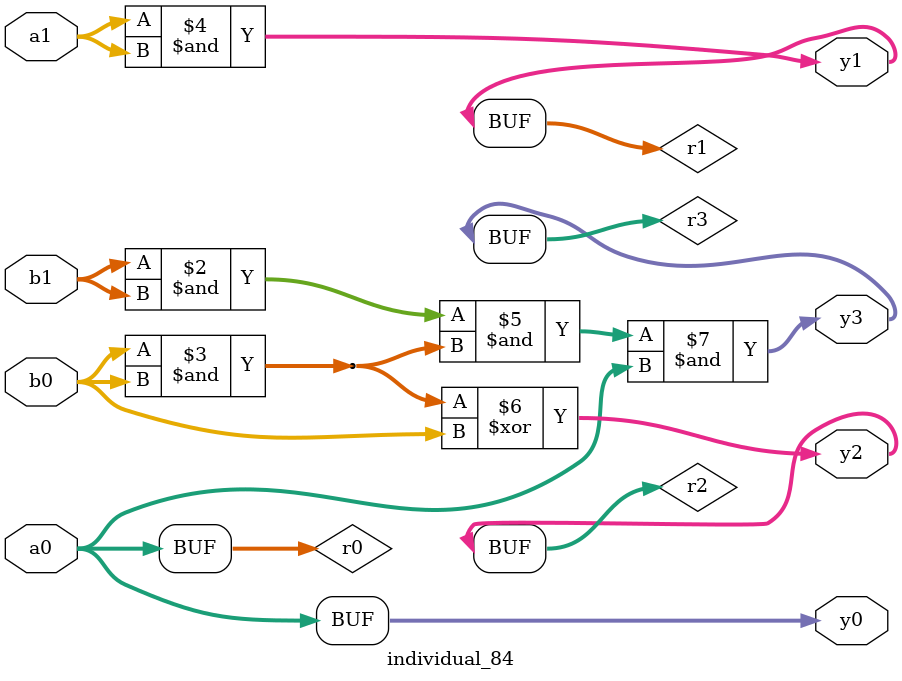
<source format=sv>
module individual_84(input logic [15:0] a1, input logic [15:0] a0, input logic [15:0] b1, input logic [15:0] b0, output logic [15:0] y3, output logic [15:0] y2, output logic [15:0] y1, output logic [15:0] y0);
logic [15:0] r0, r1, r2, r3; 
 always@(*) begin 
	 r0 = a0; r1 = a1; r2 = b0; r3 = b1; 
 	 r3  &=  r3 ;
 	 r2  &=  b0 ;
 	 r1  &=  a1 ;
 	 r3  &=  r2 ;
 	 r2  ^=  b0 ;
 	 r3  &=  r0 ;
 	 y3 = r3; y2 = r2; y1 = r1; y0 = r0; 
end
endmodule
</source>
